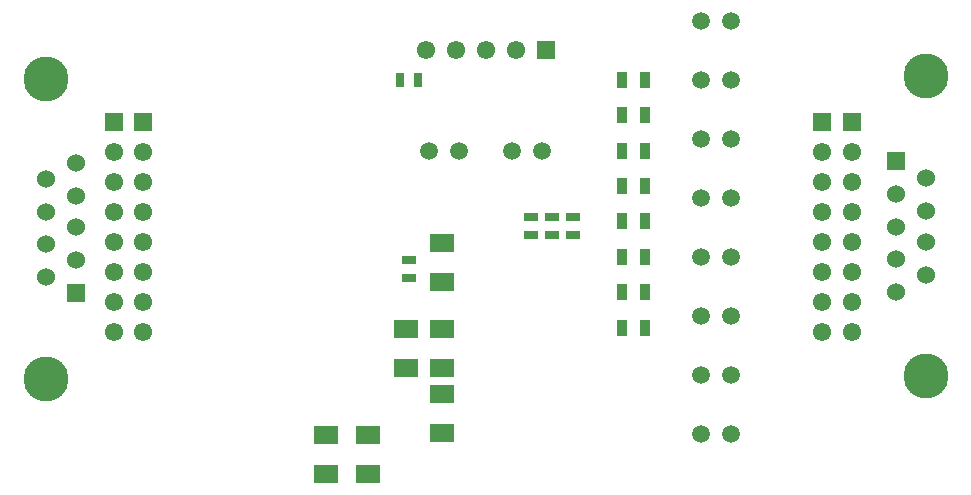
<source format=gts>
G04 (created by PCBNEW (2013-jul-07)-stable) date nie, 28 cze 2015, 22:06:29*
%MOIN*%
G04 Gerber Fmt 3.4, Leading zero omitted, Abs format*
%FSLAX34Y34*%
G01*
G70*
G90*
G04 APERTURE LIST*
%ADD10C,0.00590551*%
%ADD11R,0.08X0.06*%
%ADD12R,0.035X0.055*%
%ADD13R,0.045X0.025*%
%ADD14C,0.0590551*%
%ADD15C,0.15*%
%ADD16R,0.06X0.06*%
%ADD17C,0.06*%
%ADD18R,0.0590551X0.0590551*%
%ADD19C,0.0610236*%
%ADD20R,0.0610236X0.0610236*%
%ADD21R,0.025X0.045*%
G04 APERTURE END LIST*
G54D10*
G54D11*
X68799Y-28307D03*
X68799Y-27007D03*
G54D12*
X75571Y-16535D03*
X74821Y-16535D03*
X75571Y-17716D03*
X74821Y-17716D03*
X75571Y-18897D03*
X74821Y-18897D03*
X75571Y-20078D03*
X74821Y-20078D03*
X75571Y-23622D03*
X74821Y-23622D03*
G54D13*
X67716Y-22534D03*
X67716Y-23134D03*
G54D14*
X77452Y-22440D03*
X78452Y-22440D03*
X77452Y-14566D03*
X78452Y-14566D03*
X77452Y-16535D03*
X78452Y-16535D03*
X77452Y-18503D03*
X78452Y-18503D03*
X77452Y-26377D03*
X78452Y-26377D03*
X77452Y-20472D03*
X78452Y-20472D03*
X77452Y-28346D03*
X78452Y-28346D03*
X77452Y-24409D03*
X78452Y-24409D03*
G54D15*
X55602Y-26506D03*
X55602Y-16506D03*
G54D16*
X56602Y-23656D03*
G54D17*
X56602Y-22556D03*
X56602Y-21456D03*
X56602Y-20406D03*
X56602Y-19306D03*
X55602Y-19856D03*
X55602Y-20956D03*
X55602Y-22006D03*
X55602Y-23106D03*
G54D11*
X68799Y-23287D03*
X68799Y-21987D03*
G54D13*
X72466Y-21116D03*
X72466Y-21716D03*
X73166Y-21716D03*
X73166Y-21116D03*
X71766Y-21116D03*
X71766Y-21716D03*
G54D15*
X84948Y-16406D03*
X84948Y-26406D03*
G54D16*
X83948Y-19256D03*
G54D17*
X83948Y-20356D03*
X83948Y-21456D03*
X83948Y-22506D03*
X83948Y-23606D03*
X84948Y-23056D03*
X84948Y-21956D03*
X84948Y-20906D03*
X84948Y-19806D03*
G54D18*
X81496Y-17956D03*
G54D19*
X81496Y-18956D03*
X81496Y-19956D03*
X81496Y-20956D03*
X81496Y-21956D03*
X81496Y-22956D03*
X81496Y-23956D03*
X81496Y-24956D03*
G54D18*
X58858Y-17956D03*
G54D19*
X58858Y-18956D03*
X58858Y-19956D03*
X58858Y-20956D03*
X58858Y-21956D03*
X58858Y-22956D03*
X58858Y-23956D03*
X58858Y-24956D03*
G54D18*
X57874Y-17956D03*
G54D19*
X57874Y-18956D03*
X57874Y-19956D03*
X57874Y-20956D03*
X57874Y-21956D03*
X57874Y-22956D03*
X57874Y-23956D03*
X57874Y-24956D03*
G54D18*
X82480Y-17956D03*
G54D19*
X82480Y-18956D03*
X82480Y-19956D03*
X82480Y-20956D03*
X82480Y-21956D03*
X82480Y-22956D03*
X82480Y-23956D03*
X82480Y-24956D03*
G54D20*
X72283Y-15551D03*
G54D19*
X71283Y-15551D03*
X70283Y-15551D03*
X69283Y-15551D03*
X68283Y-15551D03*
G54D12*
X75571Y-24803D03*
X74821Y-24803D03*
X75571Y-21259D03*
X74821Y-21259D03*
X75571Y-22440D03*
X74821Y-22440D03*
G54D11*
X66338Y-29685D03*
X66338Y-28385D03*
X67618Y-24842D03*
X67618Y-26142D03*
X64960Y-28385D03*
X64960Y-29685D03*
G54D14*
X69397Y-18897D03*
X68397Y-18897D03*
X71153Y-18897D03*
X72153Y-18897D03*
G54D11*
X68799Y-26142D03*
X68799Y-24842D03*
G54D21*
X67416Y-16535D03*
X68016Y-16535D03*
M02*

</source>
